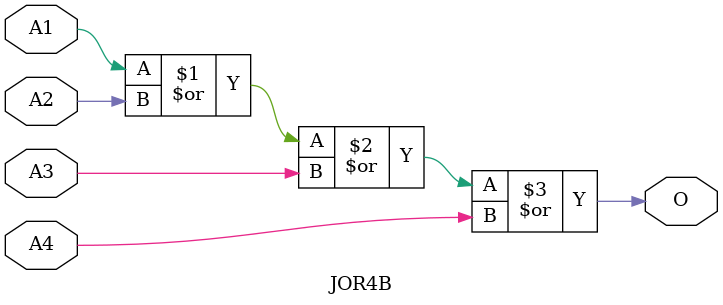
<source format=v>
module JOR4B(A1, A2, A3, A4, O);
input   A1;
input   A2;
input   A3;
input   A4;
output  O;
or g0(O, A1, A2, A3, A4);
endmodule
</source>
